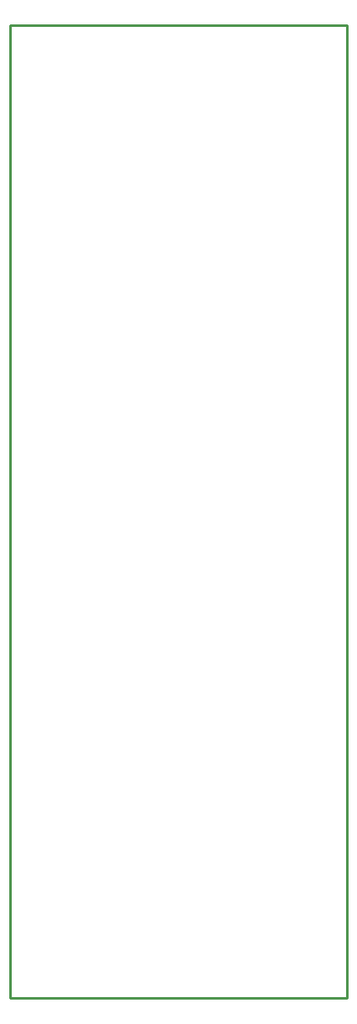
<source format=gbr>
%TF.GenerationSoftware,KiCad,Pcbnew,8.0.6*%
%TF.CreationDate,2024-10-23T18:19:57-04:00*%
%TF.ProjectId,MobileRadio,4d6f6269-6c65-4526-9164-696f2e6b6963,rev?*%
%TF.SameCoordinates,Original*%
%TF.FileFunction,Profile,NP*%
%FSLAX46Y46*%
G04 Gerber Fmt 4.6, Leading zero omitted, Abs format (unit mm)*
G04 Created by KiCad (PCBNEW 8.0.6) date 2024-10-23 18:19:57*
%MOMM*%
%LPD*%
G01*
G04 APERTURE LIST*
%TA.AperFunction,Profile*%
%ADD10C,0.254000*%
%TD*%
G04 APERTURE END LIST*
D10*
X133999900Y-150000000D02*
X100000000Y-150000000D01*
X100000000Y-52000200D02*
X133999900Y-52000200D01*
X133999900Y-52000200D02*
X133999900Y-150000000D01*
X100000000Y-150000000D02*
X100000000Y-52000200D01*
M02*

</source>
